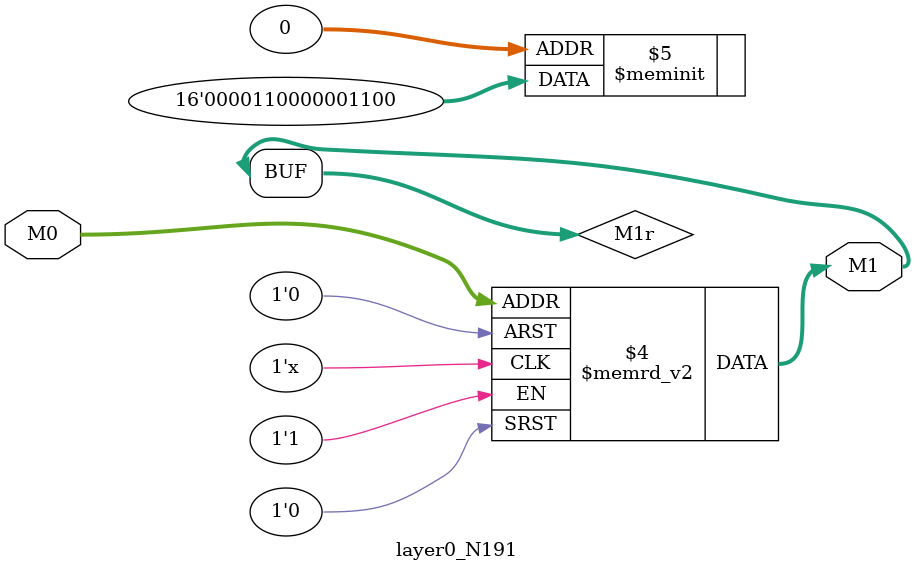
<source format=v>
module layer0_N191 ( input [2:0] M0, output [1:0] M1 );

	(*rom_style = "distributed" *) reg [1:0] M1r;
	assign M1 = M1r;
	always @ (M0) begin
		case (M0)
			3'b000: M1r = 2'b00;
			3'b100: M1r = 2'b00;
			3'b010: M1r = 2'b00;
			3'b110: M1r = 2'b00;
			3'b001: M1r = 2'b11;
			3'b101: M1r = 2'b11;
			3'b011: M1r = 2'b00;
			3'b111: M1r = 2'b00;

		endcase
	end
endmodule

</source>
